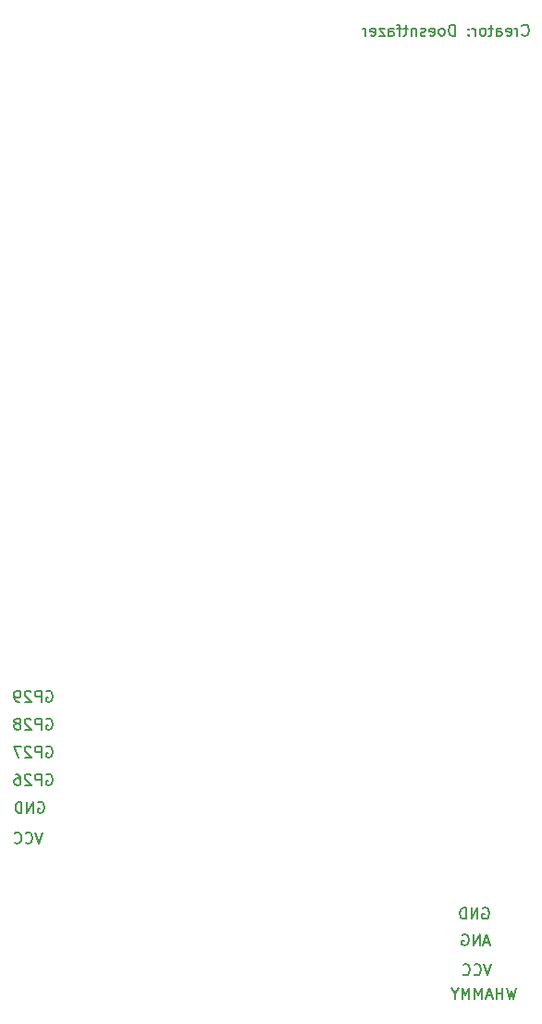
<source format=gbo>
G04 #@! TF.GenerationSoftware,KiCad,Pcbnew,7.0.1*
G04 #@! TF.CreationDate,2023-12-15T11:31:03-05:00*
G04 #@! TF.ProjectId,strum,73747275-6d2e-46b6-9963-61645f706362,rev?*
G04 #@! TF.SameCoordinates,Original*
G04 #@! TF.FileFunction,Legend,Bot*
G04 #@! TF.FilePolarity,Positive*
%FSLAX46Y46*%
G04 Gerber Fmt 4.6, Leading zero omitted, Abs format (unit mm)*
G04 Created by KiCad (PCBNEW 7.0.1) date 2023-12-15 11:31:03*
%MOMM*%
%LPD*%
G01*
G04 APERTURE LIST*
%ADD10C,0.150000*%
%ADD11R,1.700000X1.700000*%
%ADD12O,1.700000X1.700000*%
%ADD13O,1.500000X2.500000*%
%ADD14O,2.500000X1.500000*%
%ADD15C,1.750000*%
%ADD16C,4.000000*%
%ADD17C,2.500000*%
G04 APERTURE END LIST*
D10*
X178660476Y-40412380D02*
X178708095Y-40460000D01*
X178708095Y-40460000D02*
X178850952Y-40507619D01*
X178850952Y-40507619D02*
X178946190Y-40507619D01*
X178946190Y-40507619D02*
X179089047Y-40460000D01*
X179089047Y-40460000D02*
X179184285Y-40364761D01*
X179184285Y-40364761D02*
X179231904Y-40269523D01*
X179231904Y-40269523D02*
X179279523Y-40079047D01*
X179279523Y-40079047D02*
X179279523Y-39936190D01*
X179279523Y-39936190D02*
X179231904Y-39745714D01*
X179231904Y-39745714D02*
X179184285Y-39650476D01*
X179184285Y-39650476D02*
X179089047Y-39555238D01*
X179089047Y-39555238D02*
X178946190Y-39507619D01*
X178946190Y-39507619D02*
X178850952Y-39507619D01*
X178850952Y-39507619D02*
X178708095Y-39555238D01*
X178708095Y-39555238D02*
X178660476Y-39602857D01*
X178231904Y-40507619D02*
X178231904Y-39840952D01*
X178231904Y-40031428D02*
X178184285Y-39936190D01*
X178184285Y-39936190D02*
X178136666Y-39888571D01*
X178136666Y-39888571D02*
X178041428Y-39840952D01*
X178041428Y-39840952D02*
X177946190Y-39840952D01*
X177231904Y-40460000D02*
X177327142Y-40507619D01*
X177327142Y-40507619D02*
X177517618Y-40507619D01*
X177517618Y-40507619D02*
X177612856Y-40460000D01*
X177612856Y-40460000D02*
X177660475Y-40364761D01*
X177660475Y-40364761D02*
X177660475Y-39983809D01*
X177660475Y-39983809D02*
X177612856Y-39888571D01*
X177612856Y-39888571D02*
X177517618Y-39840952D01*
X177517618Y-39840952D02*
X177327142Y-39840952D01*
X177327142Y-39840952D02*
X177231904Y-39888571D01*
X177231904Y-39888571D02*
X177184285Y-39983809D01*
X177184285Y-39983809D02*
X177184285Y-40079047D01*
X177184285Y-40079047D02*
X177660475Y-40174285D01*
X176327142Y-40507619D02*
X176327142Y-39983809D01*
X176327142Y-39983809D02*
X176374761Y-39888571D01*
X176374761Y-39888571D02*
X176469999Y-39840952D01*
X176469999Y-39840952D02*
X176660475Y-39840952D01*
X176660475Y-39840952D02*
X176755713Y-39888571D01*
X176327142Y-40460000D02*
X176422380Y-40507619D01*
X176422380Y-40507619D02*
X176660475Y-40507619D01*
X176660475Y-40507619D02*
X176755713Y-40460000D01*
X176755713Y-40460000D02*
X176803332Y-40364761D01*
X176803332Y-40364761D02*
X176803332Y-40269523D01*
X176803332Y-40269523D02*
X176755713Y-40174285D01*
X176755713Y-40174285D02*
X176660475Y-40126666D01*
X176660475Y-40126666D02*
X176422380Y-40126666D01*
X176422380Y-40126666D02*
X176327142Y-40079047D01*
X175993808Y-39840952D02*
X175612856Y-39840952D01*
X175850951Y-39507619D02*
X175850951Y-40364761D01*
X175850951Y-40364761D02*
X175803332Y-40460000D01*
X175803332Y-40460000D02*
X175708094Y-40507619D01*
X175708094Y-40507619D02*
X175612856Y-40507619D01*
X175136665Y-40507619D02*
X175231903Y-40460000D01*
X175231903Y-40460000D02*
X175279522Y-40412380D01*
X175279522Y-40412380D02*
X175327141Y-40317142D01*
X175327141Y-40317142D02*
X175327141Y-40031428D01*
X175327141Y-40031428D02*
X175279522Y-39936190D01*
X175279522Y-39936190D02*
X175231903Y-39888571D01*
X175231903Y-39888571D02*
X175136665Y-39840952D01*
X175136665Y-39840952D02*
X174993808Y-39840952D01*
X174993808Y-39840952D02*
X174898570Y-39888571D01*
X174898570Y-39888571D02*
X174850951Y-39936190D01*
X174850951Y-39936190D02*
X174803332Y-40031428D01*
X174803332Y-40031428D02*
X174803332Y-40317142D01*
X174803332Y-40317142D02*
X174850951Y-40412380D01*
X174850951Y-40412380D02*
X174898570Y-40460000D01*
X174898570Y-40460000D02*
X174993808Y-40507619D01*
X174993808Y-40507619D02*
X175136665Y-40507619D01*
X174374760Y-40507619D02*
X174374760Y-39840952D01*
X174374760Y-40031428D02*
X174327141Y-39936190D01*
X174327141Y-39936190D02*
X174279522Y-39888571D01*
X174279522Y-39888571D02*
X174184284Y-39840952D01*
X174184284Y-39840952D02*
X174089046Y-39840952D01*
X173755712Y-40412380D02*
X173708093Y-40460000D01*
X173708093Y-40460000D02*
X173755712Y-40507619D01*
X173755712Y-40507619D02*
X173803331Y-40460000D01*
X173803331Y-40460000D02*
X173755712Y-40412380D01*
X173755712Y-40412380D02*
X173755712Y-40507619D01*
X173755712Y-39888571D02*
X173708093Y-39936190D01*
X173708093Y-39936190D02*
X173755712Y-39983809D01*
X173755712Y-39983809D02*
X173803331Y-39936190D01*
X173803331Y-39936190D02*
X173755712Y-39888571D01*
X173755712Y-39888571D02*
X173755712Y-39983809D01*
X172517617Y-40507619D02*
X172517617Y-39507619D01*
X172517617Y-39507619D02*
X172279522Y-39507619D01*
X172279522Y-39507619D02*
X172136665Y-39555238D01*
X172136665Y-39555238D02*
X172041427Y-39650476D01*
X172041427Y-39650476D02*
X171993808Y-39745714D01*
X171993808Y-39745714D02*
X171946189Y-39936190D01*
X171946189Y-39936190D02*
X171946189Y-40079047D01*
X171946189Y-40079047D02*
X171993808Y-40269523D01*
X171993808Y-40269523D02*
X172041427Y-40364761D01*
X172041427Y-40364761D02*
X172136665Y-40460000D01*
X172136665Y-40460000D02*
X172279522Y-40507619D01*
X172279522Y-40507619D02*
X172517617Y-40507619D01*
X171374760Y-40507619D02*
X171469998Y-40460000D01*
X171469998Y-40460000D02*
X171517617Y-40412380D01*
X171517617Y-40412380D02*
X171565236Y-40317142D01*
X171565236Y-40317142D02*
X171565236Y-40031428D01*
X171565236Y-40031428D02*
X171517617Y-39936190D01*
X171517617Y-39936190D02*
X171469998Y-39888571D01*
X171469998Y-39888571D02*
X171374760Y-39840952D01*
X171374760Y-39840952D02*
X171231903Y-39840952D01*
X171231903Y-39840952D02*
X171136665Y-39888571D01*
X171136665Y-39888571D02*
X171089046Y-39936190D01*
X171089046Y-39936190D02*
X171041427Y-40031428D01*
X171041427Y-40031428D02*
X171041427Y-40317142D01*
X171041427Y-40317142D02*
X171089046Y-40412380D01*
X171089046Y-40412380D02*
X171136665Y-40460000D01*
X171136665Y-40460000D02*
X171231903Y-40507619D01*
X171231903Y-40507619D02*
X171374760Y-40507619D01*
X170231903Y-40460000D02*
X170327141Y-40507619D01*
X170327141Y-40507619D02*
X170517617Y-40507619D01*
X170517617Y-40507619D02*
X170612855Y-40460000D01*
X170612855Y-40460000D02*
X170660474Y-40364761D01*
X170660474Y-40364761D02*
X170660474Y-39983809D01*
X170660474Y-39983809D02*
X170612855Y-39888571D01*
X170612855Y-39888571D02*
X170517617Y-39840952D01*
X170517617Y-39840952D02*
X170327141Y-39840952D01*
X170327141Y-39840952D02*
X170231903Y-39888571D01*
X170231903Y-39888571D02*
X170184284Y-39983809D01*
X170184284Y-39983809D02*
X170184284Y-40079047D01*
X170184284Y-40079047D02*
X170660474Y-40174285D01*
X169803331Y-40460000D02*
X169708093Y-40507619D01*
X169708093Y-40507619D02*
X169517617Y-40507619D01*
X169517617Y-40507619D02*
X169422379Y-40460000D01*
X169422379Y-40460000D02*
X169374760Y-40364761D01*
X169374760Y-40364761D02*
X169374760Y-40317142D01*
X169374760Y-40317142D02*
X169422379Y-40221904D01*
X169422379Y-40221904D02*
X169517617Y-40174285D01*
X169517617Y-40174285D02*
X169660474Y-40174285D01*
X169660474Y-40174285D02*
X169755712Y-40126666D01*
X169755712Y-40126666D02*
X169803331Y-40031428D01*
X169803331Y-40031428D02*
X169803331Y-39983809D01*
X169803331Y-39983809D02*
X169755712Y-39888571D01*
X169755712Y-39888571D02*
X169660474Y-39840952D01*
X169660474Y-39840952D02*
X169517617Y-39840952D01*
X169517617Y-39840952D02*
X169422379Y-39888571D01*
X168946188Y-39840952D02*
X168946188Y-40507619D01*
X168946188Y-39936190D02*
X168898569Y-39888571D01*
X168898569Y-39888571D02*
X168803331Y-39840952D01*
X168803331Y-39840952D02*
X168660474Y-39840952D01*
X168660474Y-39840952D02*
X168565236Y-39888571D01*
X168565236Y-39888571D02*
X168517617Y-39983809D01*
X168517617Y-39983809D02*
X168517617Y-40507619D01*
X168184283Y-39840952D02*
X167803331Y-39840952D01*
X168041426Y-39507619D02*
X168041426Y-40364761D01*
X168041426Y-40364761D02*
X167993807Y-40460000D01*
X167993807Y-40460000D02*
X167898569Y-40507619D01*
X167898569Y-40507619D02*
X167803331Y-40507619D01*
X167612854Y-39840952D02*
X167231902Y-39840952D01*
X167469997Y-40507619D02*
X167469997Y-39650476D01*
X167469997Y-39650476D02*
X167422378Y-39555238D01*
X167422378Y-39555238D02*
X167327140Y-39507619D01*
X167327140Y-39507619D02*
X167231902Y-39507619D01*
X166469997Y-40507619D02*
X166469997Y-39983809D01*
X166469997Y-39983809D02*
X166517616Y-39888571D01*
X166517616Y-39888571D02*
X166612854Y-39840952D01*
X166612854Y-39840952D02*
X166803330Y-39840952D01*
X166803330Y-39840952D02*
X166898568Y-39888571D01*
X166469997Y-40460000D02*
X166565235Y-40507619D01*
X166565235Y-40507619D02*
X166803330Y-40507619D01*
X166803330Y-40507619D02*
X166898568Y-40460000D01*
X166898568Y-40460000D02*
X166946187Y-40364761D01*
X166946187Y-40364761D02*
X166946187Y-40269523D01*
X166946187Y-40269523D02*
X166898568Y-40174285D01*
X166898568Y-40174285D02*
X166803330Y-40126666D01*
X166803330Y-40126666D02*
X166565235Y-40126666D01*
X166565235Y-40126666D02*
X166469997Y-40079047D01*
X166089044Y-39840952D02*
X165565235Y-39840952D01*
X165565235Y-39840952D02*
X166089044Y-40507619D01*
X166089044Y-40507619D02*
X165565235Y-40507619D01*
X164803330Y-40460000D02*
X164898568Y-40507619D01*
X164898568Y-40507619D02*
X165089044Y-40507619D01*
X165089044Y-40507619D02*
X165184282Y-40460000D01*
X165184282Y-40460000D02*
X165231901Y-40364761D01*
X165231901Y-40364761D02*
X165231901Y-39983809D01*
X165231901Y-39983809D02*
X165184282Y-39888571D01*
X165184282Y-39888571D02*
X165089044Y-39840952D01*
X165089044Y-39840952D02*
X164898568Y-39840952D01*
X164898568Y-39840952D02*
X164803330Y-39888571D01*
X164803330Y-39888571D02*
X164755711Y-39983809D01*
X164755711Y-39983809D02*
X164755711Y-40079047D01*
X164755711Y-40079047D02*
X165231901Y-40174285D01*
X164327139Y-40507619D02*
X164327139Y-39840952D01*
X164327139Y-40031428D02*
X164279520Y-39936190D01*
X164279520Y-39936190D02*
X164231901Y-39888571D01*
X164231901Y-39888571D02*
X164136663Y-39840952D01*
X164136663Y-39840952D02*
X164041425Y-39840952D01*
X178117142Y-127657619D02*
X177879047Y-128657619D01*
X177879047Y-128657619D02*
X177688571Y-127943333D01*
X177688571Y-127943333D02*
X177498095Y-128657619D01*
X177498095Y-128657619D02*
X177260000Y-127657619D01*
X176879047Y-128657619D02*
X176879047Y-127657619D01*
X176879047Y-128133809D02*
X176307619Y-128133809D01*
X176307619Y-128657619D02*
X176307619Y-127657619D01*
X175879047Y-128371904D02*
X175402857Y-128371904D01*
X175974285Y-128657619D02*
X175640952Y-127657619D01*
X175640952Y-127657619D02*
X175307619Y-128657619D01*
X174974285Y-128657619D02*
X174974285Y-127657619D01*
X174974285Y-127657619D02*
X174640952Y-128371904D01*
X174640952Y-128371904D02*
X174307619Y-127657619D01*
X174307619Y-127657619D02*
X174307619Y-128657619D01*
X173831428Y-128657619D02*
X173831428Y-127657619D01*
X173831428Y-127657619D02*
X173498095Y-128371904D01*
X173498095Y-128371904D02*
X173164762Y-127657619D01*
X173164762Y-127657619D02*
X173164762Y-128657619D01*
X172498095Y-128181428D02*
X172498095Y-128657619D01*
X172831428Y-127657619D02*
X172498095Y-128181428D01*
X172498095Y-128181428D02*
X172164762Y-127657619D01*
X175834761Y-125487619D02*
X175501428Y-126487619D01*
X175501428Y-126487619D02*
X175168095Y-125487619D01*
X174263333Y-126392380D02*
X174310952Y-126440000D01*
X174310952Y-126440000D02*
X174453809Y-126487619D01*
X174453809Y-126487619D02*
X174549047Y-126487619D01*
X174549047Y-126487619D02*
X174691904Y-126440000D01*
X174691904Y-126440000D02*
X174787142Y-126344761D01*
X174787142Y-126344761D02*
X174834761Y-126249523D01*
X174834761Y-126249523D02*
X174882380Y-126059047D01*
X174882380Y-126059047D02*
X174882380Y-125916190D01*
X174882380Y-125916190D02*
X174834761Y-125725714D01*
X174834761Y-125725714D02*
X174787142Y-125630476D01*
X174787142Y-125630476D02*
X174691904Y-125535238D01*
X174691904Y-125535238D02*
X174549047Y-125487619D01*
X174549047Y-125487619D02*
X174453809Y-125487619D01*
X174453809Y-125487619D02*
X174310952Y-125535238D01*
X174310952Y-125535238D02*
X174263333Y-125582857D01*
X173263333Y-126392380D02*
X173310952Y-126440000D01*
X173310952Y-126440000D02*
X173453809Y-126487619D01*
X173453809Y-126487619D02*
X173549047Y-126487619D01*
X173549047Y-126487619D02*
X173691904Y-126440000D01*
X173691904Y-126440000D02*
X173787142Y-126344761D01*
X173787142Y-126344761D02*
X173834761Y-126249523D01*
X173834761Y-126249523D02*
X173882380Y-126059047D01*
X173882380Y-126059047D02*
X173882380Y-125916190D01*
X173882380Y-125916190D02*
X173834761Y-125725714D01*
X173834761Y-125725714D02*
X173787142Y-125630476D01*
X173787142Y-125630476D02*
X173691904Y-125535238D01*
X173691904Y-125535238D02*
X173549047Y-125487619D01*
X173549047Y-125487619D02*
X173453809Y-125487619D01*
X173453809Y-125487619D02*
X173310952Y-125535238D01*
X173310952Y-125535238D02*
X173263333Y-125582857D01*
X175679523Y-123481904D02*
X175203333Y-123481904D01*
X175774761Y-123767619D02*
X175441428Y-122767619D01*
X175441428Y-122767619D02*
X175108095Y-123767619D01*
X174774761Y-123767619D02*
X174774761Y-122767619D01*
X174774761Y-122767619D02*
X174203333Y-123767619D01*
X174203333Y-123767619D02*
X174203333Y-122767619D01*
X173203333Y-122815238D02*
X173298571Y-122767619D01*
X173298571Y-122767619D02*
X173441428Y-122767619D01*
X173441428Y-122767619D02*
X173584285Y-122815238D01*
X173584285Y-122815238D02*
X173679523Y-122910476D01*
X173679523Y-122910476D02*
X173727142Y-123005714D01*
X173727142Y-123005714D02*
X173774761Y-123196190D01*
X173774761Y-123196190D02*
X173774761Y-123339047D01*
X173774761Y-123339047D02*
X173727142Y-123529523D01*
X173727142Y-123529523D02*
X173679523Y-123624761D01*
X173679523Y-123624761D02*
X173584285Y-123720000D01*
X173584285Y-123720000D02*
X173441428Y-123767619D01*
X173441428Y-123767619D02*
X173346190Y-123767619D01*
X173346190Y-123767619D02*
X173203333Y-123720000D01*
X173203333Y-123720000D02*
X173155714Y-123672380D01*
X173155714Y-123672380D02*
X173155714Y-123339047D01*
X173155714Y-123339047D02*
X173346190Y-123339047D01*
X175068095Y-120385238D02*
X175163333Y-120337619D01*
X175163333Y-120337619D02*
X175306190Y-120337619D01*
X175306190Y-120337619D02*
X175449047Y-120385238D01*
X175449047Y-120385238D02*
X175544285Y-120480476D01*
X175544285Y-120480476D02*
X175591904Y-120575714D01*
X175591904Y-120575714D02*
X175639523Y-120766190D01*
X175639523Y-120766190D02*
X175639523Y-120909047D01*
X175639523Y-120909047D02*
X175591904Y-121099523D01*
X175591904Y-121099523D02*
X175544285Y-121194761D01*
X175544285Y-121194761D02*
X175449047Y-121290000D01*
X175449047Y-121290000D02*
X175306190Y-121337619D01*
X175306190Y-121337619D02*
X175210952Y-121337619D01*
X175210952Y-121337619D02*
X175068095Y-121290000D01*
X175068095Y-121290000D02*
X175020476Y-121242380D01*
X175020476Y-121242380D02*
X175020476Y-120909047D01*
X175020476Y-120909047D02*
X175210952Y-120909047D01*
X174591904Y-121337619D02*
X174591904Y-120337619D01*
X174591904Y-120337619D02*
X174020476Y-121337619D01*
X174020476Y-121337619D02*
X174020476Y-120337619D01*
X173544285Y-121337619D02*
X173544285Y-120337619D01*
X173544285Y-120337619D02*
X173306190Y-120337619D01*
X173306190Y-120337619D02*
X173163333Y-120385238D01*
X173163333Y-120385238D02*
X173068095Y-120480476D01*
X173068095Y-120480476D02*
X173020476Y-120575714D01*
X173020476Y-120575714D02*
X172972857Y-120766190D01*
X172972857Y-120766190D02*
X172972857Y-120909047D01*
X172972857Y-120909047D02*
X173020476Y-121099523D01*
X173020476Y-121099523D02*
X173068095Y-121194761D01*
X173068095Y-121194761D02*
X173163333Y-121290000D01*
X173163333Y-121290000D02*
X173306190Y-121337619D01*
X173306190Y-121337619D02*
X173544285Y-121337619D01*
X134778761Y-113431619D02*
X134445428Y-114431619D01*
X134445428Y-114431619D02*
X134112095Y-113431619D01*
X133207333Y-114336380D02*
X133254952Y-114384000D01*
X133254952Y-114384000D02*
X133397809Y-114431619D01*
X133397809Y-114431619D02*
X133493047Y-114431619D01*
X133493047Y-114431619D02*
X133635904Y-114384000D01*
X133635904Y-114384000D02*
X133731142Y-114288761D01*
X133731142Y-114288761D02*
X133778761Y-114193523D01*
X133778761Y-114193523D02*
X133826380Y-114003047D01*
X133826380Y-114003047D02*
X133826380Y-113860190D01*
X133826380Y-113860190D02*
X133778761Y-113669714D01*
X133778761Y-113669714D02*
X133731142Y-113574476D01*
X133731142Y-113574476D02*
X133635904Y-113479238D01*
X133635904Y-113479238D02*
X133493047Y-113431619D01*
X133493047Y-113431619D02*
X133397809Y-113431619D01*
X133397809Y-113431619D02*
X133254952Y-113479238D01*
X133254952Y-113479238D02*
X133207333Y-113526857D01*
X132207333Y-114336380D02*
X132254952Y-114384000D01*
X132254952Y-114384000D02*
X132397809Y-114431619D01*
X132397809Y-114431619D02*
X132493047Y-114431619D01*
X132493047Y-114431619D02*
X132635904Y-114384000D01*
X132635904Y-114384000D02*
X132731142Y-114288761D01*
X132731142Y-114288761D02*
X132778761Y-114193523D01*
X132778761Y-114193523D02*
X132826380Y-114003047D01*
X132826380Y-114003047D02*
X132826380Y-113860190D01*
X132826380Y-113860190D02*
X132778761Y-113669714D01*
X132778761Y-113669714D02*
X132731142Y-113574476D01*
X132731142Y-113574476D02*
X132635904Y-113479238D01*
X132635904Y-113479238D02*
X132493047Y-113431619D01*
X132493047Y-113431619D02*
X132397809Y-113431619D01*
X132397809Y-113431619D02*
X132254952Y-113479238D01*
X132254952Y-113479238D02*
X132207333Y-113526857D01*
X134366095Y-110685238D02*
X134461333Y-110637619D01*
X134461333Y-110637619D02*
X134604190Y-110637619D01*
X134604190Y-110637619D02*
X134747047Y-110685238D01*
X134747047Y-110685238D02*
X134842285Y-110780476D01*
X134842285Y-110780476D02*
X134889904Y-110875714D01*
X134889904Y-110875714D02*
X134937523Y-111066190D01*
X134937523Y-111066190D02*
X134937523Y-111209047D01*
X134937523Y-111209047D02*
X134889904Y-111399523D01*
X134889904Y-111399523D02*
X134842285Y-111494761D01*
X134842285Y-111494761D02*
X134747047Y-111590000D01*
X134747047Y-111590000D02*
X134604190Y-111637619D01*
X134604190Y-111637619D02*
X134508952Y-111637619D01*
X134508952Y-111637619D02*
X134366095Y-111590000D01*
X134366095Y-111590000D02*
X134318476Y-111542380D01*
X134318476Y-111542380D02*
X134318476Y-111209047D01*
X134318476Y-111209047D02*
X134508952Y-111209047D01*
X133889904Y-111637619D02*
X133889904Y-110637619D01*
X133889904Y-110637619D02*
X133318476Y-111637619D01*
X133318476Y-111637619D02*
X133318476Y-110637619D01*
X132842285Y-111637619D02*
X132842285Y-110637619D01*
X132842285Y-110637619D02*
X132604190Y-110637619D01*
X132604190Y-110637619D02*
X132461333Y-110685238D01*
X132461333Y-110685238D02*
X132366095Y-110780476D01*
X132366095Y-110780476D02*
X132318476Y-110875714D01*
X132318476Y-110875714D02*
X132270857Y-111066190D01*
X132270857Y-111066190D02*
X132270857Y-111209047D01*
X132270857Y-111209047D02*
X132318476Y-111399523D01*
X132318476Y-111399523D02*
X132366095Y-111494761D01*
X132366095Y-111494761D02*
X132461333Y-111590000D01*
X132461333Y-111590000D02*
X132604190Y-111637619D01*
X132604190Y-111637619D02*
X132842285Y-111637619D01*
X135128095Y-108145238D02*
X135223333Y-108097619D01*
X135223333Y-108097619D02*
X135366190Y-108097619D01*
X135366190Y-108097619D02*
X135509047Y-108145238D01*
X135509047Y-108145238D02*
X135604285Y-108240476D01*
X135604285Y-108240476D02*
X135651904Y-108335714D01*
X135651904Y-108335714D02*
X135699523Y-108526190D01*
X135699523Y-108526190D02*
X135699523Y-108669047D01*
X135699523Y-108669047D02*
X135651904Y-108859523D01*
X135651904Y-108859523D02*
X135604285Y-108954761D01*
X135604285Y-108954761D02*
X135509047Y-109050000D01*
X135509047Y-109050000D02*
X135366190Y-109097619D01*
X135366190Y-109097619D02*
X135270952Y-109097619D01*
X135270952Y-109097619D02*
X135128095Y-109050000D01*
X135128095Y-109050000D02*
X135080476Y-109002380D01*
X135080476Y-109002380D02*
X135080476Y-108669047D01*
X135080476Y-108669047D02*
X135270952Y-108669047D01*
X134651904Y-109097619D02*
X134651904Y-108097619D01*
X134651904Y-108097619D02*
X134270952Y-108097619D01*
X134270952Y-108097619D02*
X134175714Y-108145238D01*
X134175714Y-108145238D02*
X134128095Y-108192857D01*
X134128095Y-108192857D02*
X134080476Y-108288095D01*
X134080476Y-108288095D02*
X134080476Y-108430952D01*
X134080476Y-108430952D02*
X134128095Y-108526190D01*
X134128095Y-108526190D02*
X134175714Y-108573809D01*
X134175714Y-108573809D02*
X134270952Y-108621428D01*
X134270952Y-108621428D02*
X134651904Y-108621428D01*
X133699523Y-108192857D02*
X133651904Y-108145238D01*
X133651904Y-108145238D02*
X133556666Y-108097619D01*
X133556666Y-108097619D02*
X133318571Y-108097619D01*
X133318571Y-108097619D02*
X133223333Y-108145238D01*
X133223333Y-108145238D02*
X133175714Y-108192857D01*
X133175714Y-108192857D02*
X133128095Y-108288095D01*
X133128095Y-108288095D02*
X133128095Y-108383333D01*
X133128095Y-108383333D02*
X133175714Y-108526190D01*
X133175714Y-108526190D02*
X133747142Y-109097619D01*
X133747142Y-109097619D02*
X133128095Y-109097619D01*
X132270952Y-108097619D02*
X132461428Y-108097619D01*
X132461428Y-108097619D02*
X132556666Y-108145238D01*
X132556666Y-108145238D02*
X132604285Y-108192857D01*
X132604285Y-108192857D02*
X132699523Y-108335714D01*
X132699523Y-108335714D02*
X132747142Y-108526190D01*
X132747142Y-108526190D02*
X132747142Y-108907142D01*
X132747142Y-108907142D02*
X132699523Y-109002380D01*
X132699523Y-109002380D02*
X132651904Y-109050000D01*
X132651904Y-109050000D02*
X132556666Y-109097619D01*
X132556666Y-109097619D02*
X132366190Y-109097619D01*
X132366190Y-109097619D02*
X132270952Y-109050000D01*
X132270952Y-109050000D02*
X132223333Y-109002380D01*
X132223333Y-109002380D02*
X132175714Y-108907142D01*
X132175714Y-108907142D02*
X132175714Y-108669047D01*
X132175714Y-108669047D02*
X132223333Y-108573809D01*
X132223333Y-108573809D02*
X132270952Y-108526190D01*
X132270952Y-108526190D02*
X132366190Y-108478571D01*
X132366190Y-108478571D02*
X132556666Y-108478571D01*
X132556666Y-108478571D02*
X132651904Y-108526190D01*
X132651904Y-108526190D02*
X132699523Y-108573809D01*
X132699523Y-108573809D02*
X132747142Y-108669047D01*
X135128095Y-105605238D02*
X135223333Y-105557619D01*
X135223333Y-105557619D02*
X135366190Y-105557619D01*
X135366190Y-105557619D02*
X135509047Y-105605238D01*
X135509047Y-105605238D02*
X135604285Y-105700476D01*
X135604285Y-105700476D02*
X135651904Y-105795714D01*
X135651904Y-105795714D02*
X135699523Y-105986190D01*
X135699523Y-105986190D02*
X135699523Y-106129047D01*
X135699523Y-106129047D02*
X135651904Y-106319523D01*
X135651904Y-106319523D02*
X135604285Y-106414761D01*
X135604285Y-106414761D02*
X135509047Y-106510000D01*
X135509047Y-106510000D02*
X135366190Y-106557619D01*
X135366190Y-106557619D02*
X135270952Y-106557619D01*
X135270952Y-106557619D02*
X135128095Y-106510000D01*
X135128095Y-106510000D02*
X135080476Y-106462380D01*
X135080476Y-106462380D02*
X135080476Y-106129047D01*
X135080476Y-106129047D02*
X135270952Y-106129047D01*
X134651904Y-106557619D02*
X134651904Y-105557619D01*
X134651904Y-105557619D02*
X134270952Y-105557619D01*
X134270952Y-105557619D02*
X134175714Y-105605238D01*
X134175714Y-105605238D02*
X134128095Y-105652857D01*
X134128095Y-105652857D02*
X134080476Y-105748095D01*
X134080476Y-105748095D02*
X134080476Y-105890952D01*
X134080476Y-105890952D02*
X134128095Y-105986190D01*
X134128095Y-105986190D02*
X134175714Y-106033809D01*
X134175714Y-106033809D02*
X134270952Y-106081428D01*
X134270952Y-106081428D02*
X134651904Y-106081428D01*
X133699523Y-105652857D02*
X133651904Y-105605238D01*
X133651904Y-105605238D02*
X133556666Y-105557619D01*
X133556666Y-105557619D02*
X133318571Y-105557619D01*
X133318571Y-105557619D02*
X133223333Y-105605238D01*
X133223333Y-105605238D02*
X133175714Y-105652857D01*
X133175714Y-105652857D02*
X133128095Y-105748095D01*
X133128095Y-105748095D02*
X133128095Y-105843333D01*
X133128095Y-105843333D02*
X133175714Y-105986190D01*
X133175714Y-105986190D02*
X133747142Y-106557619D01*
X133747142Y-106557619D02*
X133128095Y-106557619D01*
X132794761Y-105557619D02*
X132128095Y-105557619D01*
X132128095Y-105557619D02*
X132556666Y-106557619D01*
X135128095Y-103065238D02*
X135223333Y-103017619D01*
X135223333Y-103017619D02*
X135366190Y-103017619D01*
X135366190Y-103017619D02*
X135509047Y-103065238D01*
X135509047Y-103065238D02*
X135604285Y-103160476D01*
X135604285Y-103160476D02*
X135651904Y-103255714D01*
X135651904Y-103255714D02*
X135699523Y-103446190D01*
X135699523Y-103446190D02*
X135699523Y-103589047D01*
X135699523Y-103589047D02*
X135651904Y-103779523D01*
X135651904Y-103779523D02*
X135604285Y-103874761D01*
X135604285Y-103874761D02*
X135509047Y-103970000D01*
X135509047Y-103970000D02*
X135366190Y-104017619D01*
X135366190Y-104017619D02*
X135270952Y-104017619D01*
X135270952Y-104017619D02*
X135128095Y-103970000D01*
X135128095Y-103970000D02*
X135080476Y-103922380D01*
X135080476Y-103922380D02*
X135080476Y-103589047D01*
X135080476Y-103589047D02*
X135270952Y-103589047D01*
X134651904Y-104017619D02*
X134651904Y-103017619D01*
X134651904Y-103017619D02*
X134270952Y-103017619D01*
X134270952Y-103017619D02*
X134175714Y-103065238D01*
X134175714Y-103065238D02*
X134128095Y-103112857D01*
X134128095Y-103112857D02*
X134080476Y-103208095D01*
X134080476Y-103208095D02*
X134080476Y-103350952D01*
X134080476Y-103350952D02*
X134128095Y-103446190D01*
X134128095Y-103446190D02*
X134175714Y-103493809D01*
X134175714Y-103493809D02*
X134270952Y-103541428D01*
X134270952Y-103541428D02*
X134651904Y-103541428D01*
X133699523Y-103112857D02*
X133651904Y-103065238D01*
X133651904Y-103065238D02*
X133556666Y-103017619D01*
X133556666Y-103017619D02*
X133318571Y-103017619D01*
X133318571Y-103017619D02*
X133223333Y-103065238D01*
X133223333Y-103065238D02*
X133175714Y-103112857D01*
X133175714Y-103112857D02*
X133128095Y-103208095D01*
X133128095Y-103208095D02*
X133128095Y-103303333D01*
X133128095Y-103303333D02*
X133175714Y-103446190D01*
X133175714Y-103446190D02*
X133747142Y-104017619D01*
X133747142Y-104017619D02*
X133128095Y-104017619D01*
X132556666Y-103446190D02*
X132651904Y-103398571D01*
X132651904Y-103398571D02*
X132699523Y-103350952D01*
X132699523Y-103350952D02*
X132747142Y-103255714D01*
X132747142Y-103255714D02*
X132747142Y-103208095D01*
X132747142Y-103208095D02*
X132699523Y-103112857D01*
X132699523Y-103112857D02*
X132651904Y-103065238D01*
X132651904Y-103065238D02*
X132556666Y-103017619D01*
X132556666Y-103017619D02*
X132366190Y-103017619D01*
X132366190Y-103017619D02*
X132270952Y-103065238D01*
X132270952Y-103065238D02*
X132223333Y-103112857D01*
X132223333Y-103112857D02*
X132175714Y-103208095D01*
X132175714Y-103208095D02*
X132175714Y-103255714D01*
X132175714Y-103255714D02*
X132223333Y-103350952D01*
X132223333Y-103350952D02*
X132270952Y-103398571D01*
X132270952Y-103398571D02*
X132366190Y-103446190D01*
X132366190Y-103446190D02*
X132556666Y-103446190D01*
X132556666Y-103446190D02*
X132651904Y-103493809D01*
X132651904Y-103493809D02*
X132699523Y-103541428D01*
X132699523Y-103541428D02*
X132747142Y-103636666D01*
X132747142Y-103636666D02*
X132747142Y-103827142D01*
X132747142Y-103827142D02*
X132699523Y-103922380D01*
X132699523Y-103922380D02*
X132651904Y-103970000D01*
X132651904Y-103970000D02*
X132556666Y-104017619D01*
X132556666Y-104017619D02*
X132366190Y-104017619D01*
X132366190Y-104017619D02*
X132270952Y-103970000D01*
X132270952Y-103970000D02*
X132223333Y-103922380D01*
X132223333Y-103922380D02*
X132175714Y-103827142D01*
X132175714Y-103827142D02*
X132175714Y-103636666D01*
X132175714Y-103636666D02*
X132223333Y-103541428D01*
X132223333Y-103541428D02*
X132270952Y-103493809D01*
X132270952Y-103493809D02*
X132366190Y-103446190D01*
X135128095Y-100525238D02*
X135223333Y-100477619D01*
X135223333Y-100477619D02*
X135366190Y-100477619D01*
X135366190Y-100477619D02*
X135509047Y-100525238D01*
X135509047Y-100525238D02*
X135604285Y-100620476D01*
X135604285Y-100620476D02*
X135651904Y-100715714D01*
X135651904Y-100715714D02*
X135699523Y-100906190D01*
X135699523Y-100906190D02*
X135699523Y-101049047D01*
X135699523Y-101049047D02*
X135651904Y-101239523D01*
X135651904Y-101239523D02*
X135604285Y-101334761D01*
X135604285Y-101334761D02*
X135509047Y-101430000D01*
X135509047Y-101430000D02*
X135366190Y-101477619D01*
X135366190Y-101477619D02*
X135270952Y-101477619D01*
X135270952Y-101477619D02*
X135128095Y-101430000D01*
X135128095Y-101430000D02*
X135080476Y-101382380D01*
X135080476Y-101382380D02*
X135080476Y-101049047D01*
X135080476Y-101049047D02*
X135270952Y-101049047D01*
X134651904Y-101477619D02*
X134651904Y-100477619D01*
X134651904Y-100477619D02*
X134270952Y-100477619D01*
X134270952Y-100477619D02*
X134175714Y-100525238D01*
X134175714Y-100525238D02*
X134128095Y-100572857D01*
X134128095Y-100572857D02*
X134080476Y-100668095D01*
X134080476Y-100668095D02*
X134080476Y-100810952D01*
X134080476Y-100810952D02*
X134128095Y-100906190D01*
X134128095Y-100906190D02*
X134175714Y-100953809D01*
X134175714Y-100953809D02*
X134270952Y-101001428D01*
X134270952Y-101001428D02*
X134651904Y-101001428D01*
X133699523Y-100572857D02*
X133651904Y-100525238D01*
X133651904Y-100525238D02*
X133556666Y-100477619D01*
X133556666Y-100477619D02*
X133318571Y-100477619D01*
X133318571Y-100477619D02*
X133223333Y-100525238D01*
X133223333Y-100525238D02*
X133175714Y-100572857D01*
X133175714Y-100572857D02*
X133128095Y-100668095D01*
X133128095Y-100668095D02*
X133128095Y-100763333D01*
X133128095Y-100763333D02*
X133175714Y-100906190D01*
X133175714Y-100906190D02*
X133747142Y-101477619D01*
X133747142Y-101477619D02*
X133128095Y-101477619D01*
X132651904Y-101477619D02*
X132461428Y-101477619D01*
X132461428Y-101477619D02*
X132366190Y-101430000D01*
X132366190Y-101430000D02*
X132318571Y-101382380D01*
X132318571Y-101382380D02*
X132223333Y-101239523D01*
X132223333Y-101239523D02*
X132175714Y-101049047D01*
X132175714Y-101049047D02*
X132175714Y-100668095D01*
X132175714Y-100668095D02*
X132223333Y-100572857D01*
X132223333Y-100572857D02*
X132270952Y-100525238D01*
X132270952Y-100525238D02*
X132366190Y-100477619D01*
X132366190Y-100477619D02*
X132556666Y-100477619D01*
X132556666Y-100477619D02*
X132651904Y-100525238D01*
X132651904Y-100525238D02*
X132699523Y-100572857D01*
X132699523Y-100572857D02*
X132747142Y-100668095D01*
X132747142Y-100668095D02*
X132747142Y-100906190D01*
X132747142Y-100906190D02*
X132699523Y-101001428D01*
X132699523Y-101001428D02*
X132651904Y-101049047D01*
X132651904Y-101049047D02*
X132556666Y-101096666D01*
X132556666Y-101096666D02*
X132366190Y-101096666D01*
X132366190Y-101096666D02*
X132270952Y-101049047D01*
X132270952Y-101049047D02*
X132223333Y-101001428D01*
X132223333Y-101001428D02*
X132175714Y-100906190D01*
%LPC*%
D11*
X131430000Y-40360000D03*
D12*
X133970000Y-40360000D03*
X136510000Y-40360000D03*
X139050000Y-40360000D03*
D11*
X130500000Y-101030000D03*
D12*
X130500000Y-103570000D03*
X130500000Y-106110000D03*
X130500000Y-108650000D03*
X130500000Y-111190000D03*
X130500000Y-113730000D03*
D13*
X177750000Y-99400000D03*
X175210000Y-99400000D03*
X172670000Y-99400000D03*
X170130000Y-99400000D03*
X167590000Y-99400000D03*
X165050000Y-99400000D03*
X162510000Y-99400000D03*
X159970000Y-99400000D03*
X157430000Y-99400000D03*
D14*
X156930000Y-102440000D03*
X156930000Y-104980000D03*
X156930000Y-107520000D03*
X156930000Y-110060000D03*
X156930000Y-112600000D03*
D13*
X157430000Y-115640000D03*
X159970000Y-115640000D03*
X162510000Y-115640000D03*
X165050000Y-115640000D03*
X167590000Y-115640000D03*
X170130000Y-115640000D03*
X172670000Y-115640000D03*
X175210000Y-115640000D03*
X177750000Y-115640000D03*
D15*
X168930000Y-84590000D03*
X158770000Y-84590000D03*
D16*
X163850000Y-84590000D03*
D17*
X166390000Y-79510000D03*
X160040000Y-82050000D03*
X139520000Y-82040000D03*
X145870000Y-79500000D03*
D16*
X143330000Y-84580000D03*
D15*
X138250000Y-84580000D03*
X148410000Y-84580000D03*
D12*
X170660000Y-133710000D03*
X168120000Y-133710000D03*
D11*
X165580000Y-133710000D03*
X162050000Y-40160000D03*
D12*
X159510000Y-40160000D03*
X156970000Y-40160000D03*
X154430000Y-40160000D03*
X151890000Y-40160000D03*
X149350000Y-40160000D03*
D11*
X177230000Y-120880000D03*
D12*
X177230000Y-123420000D03*
X177230000Y-125960000D03*
M02*

</source>
